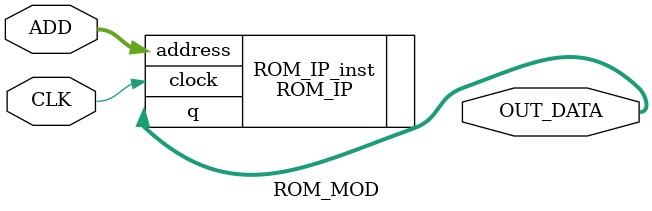
<source format=v>
module ROM_MOD(
	//输入
	CLK,ADD,
	//输出
	OUT_DATA
);

//--------------------------------------
//-- 
//--------------------------------------
input CLK;
input [13:0] ADD;
output [15:0] OUT_DATA;



ROM_IP	ROM_IP_inst (
	.address ( ADD ),
	.clock ( CLK),
	.q ( OUT_DATA )
	);

endmodule



</source>
